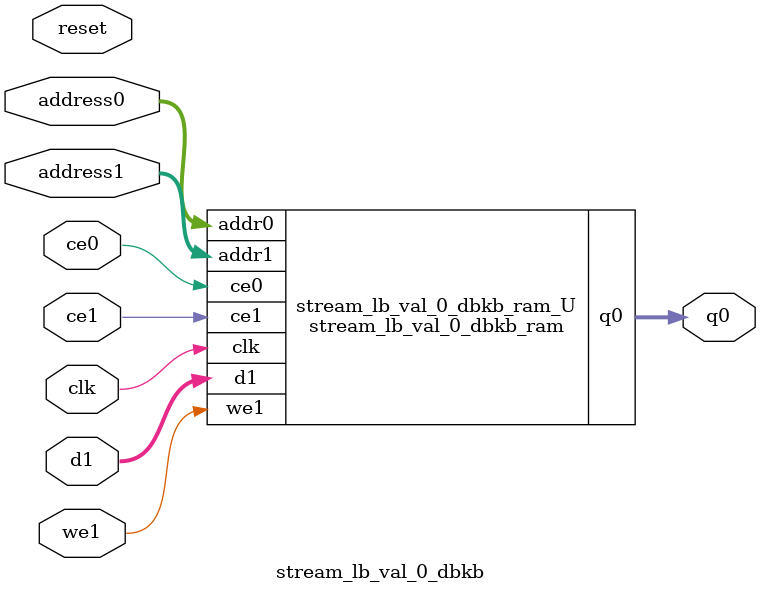
<source format=v>

`timescale 1 ns / 1 ps
module stream_lb_val_0_dbkb_ram (addr0, ce0, q0, addr1, ce1, d1, we1,  clk);

parameter DWIDTH = 32;
parameter AWIDTH = 11;
parameter MEM_SIZE = 1280;

input[AWIDTH-1:0] addr0;
input ce0;
output reg[DWIDTH-1:0] q0;
input[AWIDTH-1:0] addr1;
input ce1;
input[DWIDTH-1:0] d1;
input we1;
input clk;

(* ram_style = "block" *)reg [DWIDTH-1:0] ram[0:MEM_SIZE-1];




always @(posedge clk)  
begin 
    if (ce0) 
    begin
            q0 <= ram[addr0];
    end
end


always @(posedge clk)  
begin 
    if (ce1) 
    begin
        if (we1) 
        begin 
            ram[addr1] <= d1; 
        end 
    end
end


endmodule


`timescale 1 ns / 1 ps
module stream_lb_val_0_dbkb(
    reset,
    clk,
    address0,
    ce0,
    q0,
    address1,
    ce1,
    we1,
    d1);

parameter DataWidth = 32'd32;
parameter AddressRange = 32'd1280;
parameter AddressWidth = 32'd11;
input reset;
input clk;
input[AddressWidth - 1:0] address0;
input ce0;
output[DataWidth - 1:0] q0;
input[AddressWidth - 1:0] address1;
input ce1;
input we1;
input[DataWidth - 1:0] d1;



stream_lb_val_0_dbkb_ram stream_lb_val_0_dbkb_ram_U(
    .clk( clk ),
    .addr0( address0 ),
    .ce0( ce0 ),
    .q0( q0 ),
    .addr1( address1 ),
    .ce1( ce1 ),
    .d1( d1 ),
    .we1( we1 ));

endmodule


</source>
